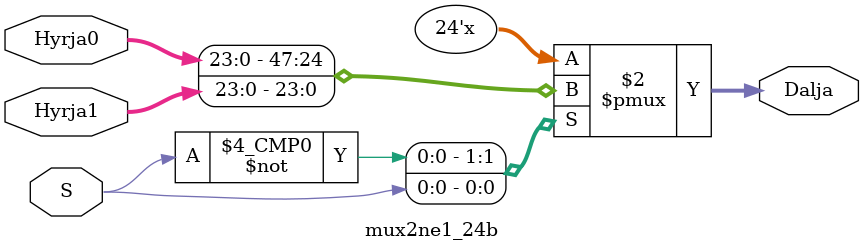
<source format=v>
module mux2ne1_24b(
    input [23:0] Hyrja0,
    input [23:0] Hyrja1,
    input  S,
    output reg [23:0] Dalja
    );    

//  assign Dalja = S ? Hyrja1 : Hyrja0;

always@* begin
        case (S)
            1'b0:  Dalja = Hyrja0;
            1'b1:  Dalja = Hyrja1;
        endcase
    end

  endmodule
</source>
